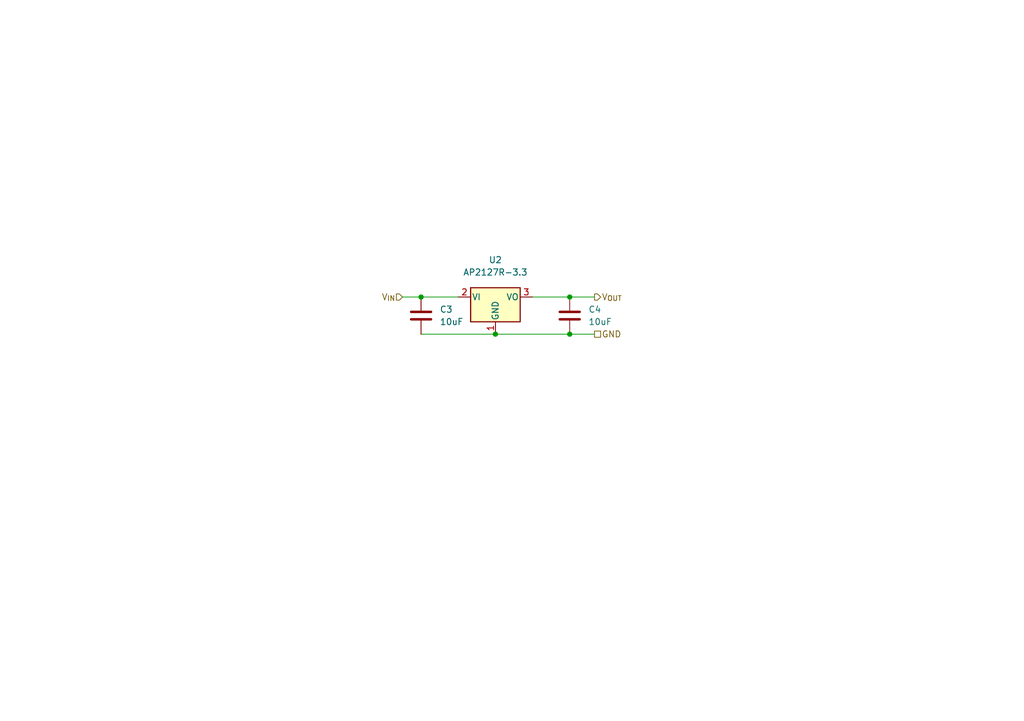
<source format=kicad_sch>
(kicad_sch (version 20211123) (generator eeschema)
  (paper "A5")
  (lib_symbols
    (symbol "Device:C" (pin_numbers hide) (pin_names (offset 0.254))
      (property "Reference" "C" (at 0.635 2.54 0))
      (property "Value" "C" (at 0.635 -2.54 0))
      (symbol "C_0_1"
        (polyline (pts (xy -2.032 -0.762) (xy 2.032 -0.762)) (stroke (width 0.508)))
        (polyline (pts (xy -2.032 0.762) (xy 2.032 0.762)) (stroke (width 0.508)))
      )
      (symbol "C_1_1"
        (pin passive line (at 0 3.81 270) (length 2.794) (name "~") (number "1"))
        (pin passive line (at 0 -3.81 90) (length 2.794) (name "~") (number "2"))
      )
    )
    (symbol "Regulator_Linear:AP2127R-3.3" (pin_names (offset 0.254))
      (property "Reference" "U" (at -3.81 3.175 0))
      (property "Value" "AP2127R-3.3" (at 0 3.175 0))
      (symbol "AP2127R-3.3_0_1"
        (rectangle (start -5.08 -5.08) (end 5.08 1.905) (stroke (width 0.254)) (fill (type background)))
      )
      (symbol "AP2127R-3.3_1_1"
        (pin power_in line (at 0 -7.62 90) (length 2.54) (name "GND") (number "1"))
        (pin power_in line (at -7.62 0 0) (length 2.54) (name "VI") (number "2"))
        (pin power_out line (at 7.62 0 180) (length 2.54) (name "VO") (number "3"))
      )
    )
  )
  (junction (at 101.6 68.58))
  (junction (at 116.84 68.58))
  (junction (at 116.84 60.96))
  (junction (at 86.36 60.96))
  (wire (pts (xy 82.55 60.96) (xy 86.36 60.96)))
  (wire (pts (xy 86.36 60.96) (xy 93.98 60.96)))
  (wire (pts (xy 109.22 60.96) (xy 116.84 60.96)))
  (wire (pts (xy 101.6 68.58) (xy 116.84 68.58)))
  (wire (pts (xy 121.92 68.58) (xy 116.84 68.58)))
  (wire (pts (xy 86.36 68.58) (xy 101.6 68.58)))
  (wire (pts (xy 116.84 60.96) (xy 121.92 60.96)))
  (hierarchical_label "GND" (shape passive) (at 121.92 68.58 0))
  (hierarchical_label "V_{IN}" (shape input) (at 82.5499 60.96 180))
  (hierarchical_label "V_{OUT}" (shape output) (at 121.92 60.96 0))
  (symbol (lib_id "Regulator_Linear:AP2127R-3.3") (at 101.6 60.96 0) (unit 1)
    (property "Reference" "U2" (at 101.6 53.34 0))
    (property "Value" "AP2127R-3.3" (at 101.6 55.88 0))
    (property "Footprint" "Package_TO_SOT_SMD:SOT-89-3" (effects hide))
    (property "Datasheet" "https://www.diodes.com/assets/Datasheets/AP2127.pdf" (effects hide))
  )
  (symbol (lib_id "Device:C") (at 86.36 64.77 180) (unit 1)
    (property "Reference" "C3" (at 90.17 63.4999 0) (effects (justify right)))
    (property "Value" "10uF" (at 90.17 66.0399 0) (effects (justify right)))
    (property "Footprint" "Capacitor_SMD:C_1206_3216Metric" (effects hide))
  )
  (symbol (lib_id "Device:C") (at 116.84 64.77 180) (unit 1)
    (property "Reference" "C4" (at 120.65 63.4999 0) (effects (justify right)))
    (property "Value" "10uF" (at 120.65 66.0399 0) (effects (justify right)))
    (property "Footprint" "Capacitor_SMD:C_1206_3216Metric" (effects hide))
  )
)
</source>
